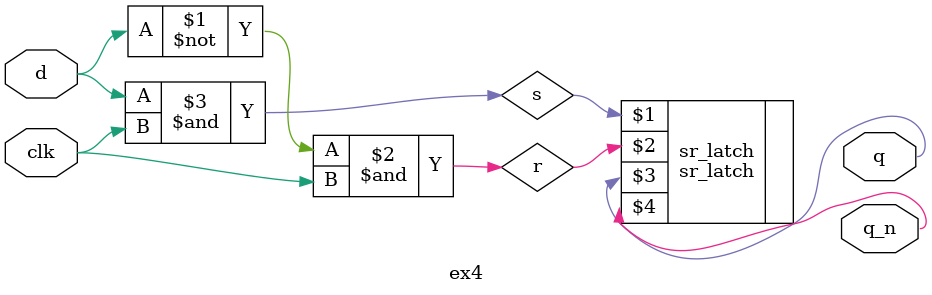
<source format=v>

module ex4
(
	input clk ,
	input d,
	output q,
	output q_n
);
	wire r = ~d & clk;
	wire s = d & clk ;
	sr_latch sr_latch(s, r, q, q_n) ;
endmodule
</source>
